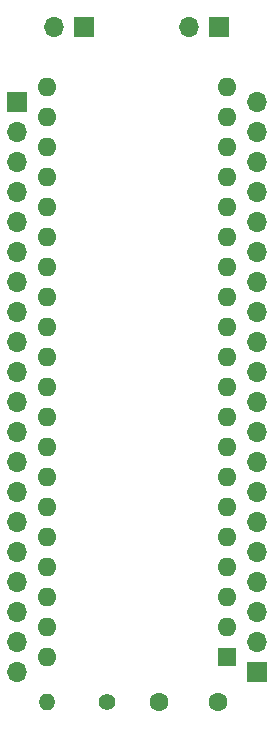
<source format=gbr>
%TF.GenerationSoftware,KiCad,Pcbnew,(6.0.0)*%
%TF.CreationDate,2022-06-05T20:03:01+09:00*%
%TF.ProjectId,phemu6809_emuz80_cnvpcb,7068656d-7536-4383-9039-5f656d757a38,rev?*%
%TF.SameCoordinates,Original*%
%TF.FileFunction,Soldermask,Bot*%
%TF.FilePolarity,Negative*%
%FSLAX46Y46*%
G04 Gerber Fmt 4.6, Leading zero omitted, Abs format (unit mm)*
G04 Created by KiCad (PCBNEW (6.0.0)) date 2022-06-05 20:03:01*
%MOMM*%
%LPD*%
G01*
G04 APERTURE LIST*
%ADD10R,1.700000X1.700000*%
%ADD11O,1.700000X1.700000*%
%ADD12C,1.600000*%
%ADD13C,1.400000*%
%ADD14O,1.400000X1.400000*%
%ADD15R,1.600000X1.600000*%
%ADD16O,1.600000X1.600000*%
G04 APERTURE END LIST*
D10*
%TO.C,J3*%
X126365000Y-57150000D03*
D11*
X123825000Y-57150000D03*
%TD*%
D12*
%TO.C,C1*%
X121285000Y-114300000D03*
X126285000Y-114300000D03*
%TD*%
D13*
%TO.C,R1*%
X116840000Y-114300000D03*
D14*
X111760000Y-114300000D03*
%TD*%
D15*
%TO.C,U1*%
X127000000Y-110490000D03*
D16*
X127000000Y-107950000D03*
X127000000Y-105410000D03*
X127000000Y-102870000D03*
X127000000Y-100330000D03*
X127000000Y-97790000D03*
X127000000Y-95250000D03*
X127000000Y-92710000D03*
X127000000Y-90170000D03*
X127000000Y-87630000D03*
X127000000Y-85090000D03*
X127000000Y-82550000D03*
X127000000Y-80010000D03*
X127000000Y-77470000D03*
X127000000Y-74930000D03*
X127000000Y-72390000D03*
X127000000Y-69850000D03*
X127000000Y-67310000D03*
X127000000Y-64770000D03*
X127000000Y-62230000D03*
X111760000Y-62230000D03*
X111760000Y-64770000D03*
X111760000Y-67310000D03*
X111760000Y-69850000D03*
X111760000Y-72390000D03*
X111760000Y-74930000D03*
X111760000Y-77470000D03*
X111760000Y-80010000D03*
X111760000Y-82550000D03*
X111760000Y-85090000D03*
X111760000Y-87630000D03*
X111760000Y-90170000D03*
X111760000Y-92710000D03*
X111760000Y-95250000D03*
X111760000Y-97790000D03*
X111760000Y-100330000D03*
X111760000Y-102870000D03*
X111760000Y-105410000D03*
X111760000Y-107950000D03*
X111760000Y-110490000D03*
%TD*%
D10*
%TO.C,J4*%
X114935000Y-57150000D03*
D11*
X112395000Y-57150000D03*
%TD*%
D10*
%TO.C,J1*%
X109220000Y-63500000D03*
D11*
X109220000Y-66040000D03*
X109220000Y-68580000D03*
X109220000Y-71120000D03*
X109220000Y-73660000D03*
X109220000Y-76200000D03*
X109220000Y-78740000D03*
X109220000Y-81280000D03*
X109220000Y-83820000D03*
X109220000Y-86360000D03*
X109220000Y-88900000D03*
X109220000Y-91440000D03*
X109220000Y-93980000D03*
X109220000Y-96520000D03*
X109220000Y-99060000D03*
X109220000Y-101600000D03*
X109220000Y-104140000D03*
X109220000Y-106680000D03*
X109220000Y-109220000D03*
X109220000Y-111760000D03*
%TD*%
D10*
%TO.C,J2*%
X129540000Y-111760000D03*
D11*
X129540000Y-109220000D03*
X129540000Y-106680000D03*
X129540000Y-104140000D03*
X129540000Y-101600000D03*
X129540000Y-99060000D03*
X129540000Y-96520000D03*
X129540000Y-93980000D03*
X129540000Y-91440000D03*
X129540000Y-88900000D03*
X129540000Y-86360000D03*
X129540000Y-83820000D03*
X129540000Y-81280000D03*
X129540000Y-78740000D03*
X129540000Y-76200000D03*
X129540000Y-73660000D03*
X129540000Y-71120000D03*
X129540000Y-68580000D03*
X129540000Y-66040000D03*
X129540000Y-63500000D03*
%TD*%
M02*

</source>
